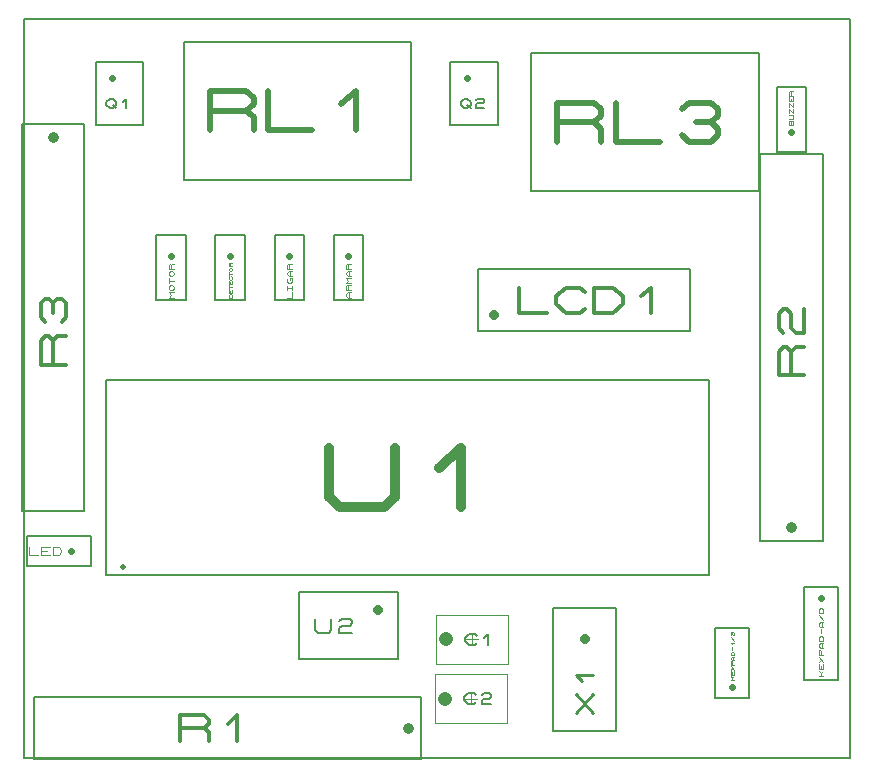
<source format=gbr>
G04 PROTEUS GERBER X2 FILE*
%TF.GenerationSoftware,Labcenter,Proteus,8.12-SP0-Build30713*%
%TF.CreationDate,2021-09-16T14:44:57+00:00*%
%TF.FileFunction,AssemblyDrawing,Top*%
%TF.FilePolarity,Positive*%
%TF.Part,Single*%
%TF.SameCoordinates,{034bc27d-0c73-46ba-bb4b-be9bc49d2133}*%
%FSLAX45Y45*%
%MOMM*%
G01*
%TA.AperFunction,Profile*%
%ADD71C,0.203200*%
%TA.AperFunction,Material*%
%ADD20C,0.203200*%
%ADD21C,0.508000*%
%ADD33C,0.827120*%
%ADD34C,0.914400*%
%ADD35C,0.355600*%
%ADD36C,0.550330*%
%ADD37C,0.812800*%
%ADD38C,0.237060*%
%ADD39C,0.198120*%
%ADD22C,0.152400*%
%ADD40C,0.558800*%
%ADD41C,0.065460*%
%ADD42C,0.609600*%
%ADD43C,0.127000*%
%ADD44C,0.045460*%
%ADD45C,0.066730*%
%ADD46C,0.055610*%
%ADD47C,0.041710*%
%ADD48C,0.111220*%
%ADD49C,0.050000*%
%ADD50C,1.165860*%
%ADD51C,0.147960*%
%TD.AperFunction*%
D71*
X-3250000Y-2500000D02*
X+3750000Y-2500000D01*
X+3750000Y+3750000D01*
X-3250000Y+3750000D01*
X-3250000Y-2500000D01*
D20*
X-2550160Y-952500D02*
X+2550160Y-952500D01*
X+2550160Y+698500D01*
X-2550160Y+698500D01*
X-2550160Y-952500D01*
D21*
X-2413000Y-889000D02*
X-2413000Y-889000D01*
D33*
X-663132Y+121138D02*
X-663132Y-292425D01*
X-570081Y-375137D01*
X-197875Y-375137D01*
X-104823Y-292425D01*
X-104823Y+121138D01*
X+267383Y-44287D02*
X+453486Y+121138D01*
X+453486Y-375137D01*
D20*
X-3162300Y-2514160D02*
X+114300Y-2514160D01*
X+114300Y-1985840D01*
X-3162300Y-1985840D01*
X-3162300Y-2514160D01*
D34*
X+0Y-2250000D02*
X+0Y-2250000D01*
D35*
X-1924050Y-2356680D02*
X-1924050Y-2143320D01*
X-1724025Y-2143320D01*
X-1684020Y-2178880D01*
X-1684020Y-2214440D01*
X-1724025Y-2250000D01*
X-1924050Y-2250000D01*
X-1724025Y-2250000D02*
X-1684020Y-2285560D01*
X-1684020Y-2356680D01*
X-1524000Y-2214440D02*
X-1443990Y-2143320D01*
X-1443990Y-2356680D01*
D20*
X-1894660Y+2393340D02*
X+30660Y+2393340D01*
X+30660Y+3556660D01*
X-1894660Y+3556660D01*
X-1894660Y+2393340D01*
D36*
X-1674948Y+2809900D02*
X-1674948Y+3140100D01*
X-1365387Y+3140100D01*
X-1303474Y+3085067D01*
X-1303474Y+3030033D01*
X-1365387Y+2975000D01*
X-1674948Y+2975000D01*
X-1365387Y+2975000D02*
X-1303474Y+2919967D01*
X-1303474Y+2809900D01*
X-1179649Y+3140100D02*
X-1179649Y+2809900D01*
X-808175Y+2809900D01*
X-560526Y+3030033D02*
X-436701Y+3140100D01*
X-436701Y+2809900D01*
D20*
X+1049340Y+2299340D02*
X+2974660Y+2299340D01*
X+2974660Y+3462660D01*
X+1049340Y+3462660D01*
X+1049340Y+2299340D01*
D36*
X+1269052Y+2715900D02*
X+1269052Y+3046100D01*
X+1578613Y+3046100D01*
X+1640526Y+2991067D01*
X+1640526Y+2936033D01*
X+1578613Y+2881000D01*
X+1269052Y+2881000D01*
X+1578613Y+2881000D02*
X+1640526Y+2825967D01*
X+1640526Y+2715900D01*
X+1764351Y+3046100D02*
X+1764351Y+2715900D01*
X+2135825Y+2715900D01*
X+2321562Y+2991067D02*
X+2383474Y+3046100D01*
X+2569211Y+3046100D01*
X+2631124Y+2991067D01*
X+2631124Y+2936033D01*
X+2569211Y+2881000D01*
X+2631124Y+2825967D01*
X+2631124Y+2770933D01*
X+2569211Y+2715900D01*
X+2383474Y+2715900D01*
X+2321562Y+2770933D01*
X+2445387Y+2881000D02*
X+2569211Y+2881000D01*
D20*
X+2985840Y-662300D02*
X+3514160Y-662300D01*
X+3514160Y+2614300D01*
X+2985840Y+2614300D01*
X+2985840Y-662300D01*
D34*
X+3250000Y-548000D02*
X+3250000Y-548000D01*
D35*
X+3356680Y+735970D02*
X+3143320Y+735970D01*
X+3143320Y+935995D01*
X+3178880Y+976000D01*
X+3214440Y+976000D01*
X+3250000Y+935995D01*
X+3250000Y+735970D01*
X+3250000Y+935995D02*
X+3285560Y+976000D01*
X+3356680Y+976000D01*
X+3178880Y+1096015D02*
X+3143320Y+1136020D01*
X+3143320Y+1256035D01*
X+3178880Y+1296040D01*
X+3214440Y+1296040D01*
X+3250000Y+1256035D01*
X+3250000Y+1136020D01*
X+3285560Y+1096015D01*
X+3356680Y+1096015D01*
X+3356680Y+1296040D01*
D20*
X+592840Y+1108840D02*
X+2391160Y+1108840D01*
X+2391160Y+1637160D01*
X+592840Y+1637160D01*
X+592840Y+1108840D01*
D37*
X+730000Y+1246000D02*
X+730000Y+1246000D01*
D35*
X+940820Y+1479680D02*
X+940820Y+1266320D01*
X+1180850Y+1266320D01*
X+1500890Y+1301880D02*
X+1460885Y+1266320D01*
X+1340870Y+1266320D01*
X+1260860Y+1337440D01*
X+1260860Y+1408560D01*
X+1340870Y+1479680D01*
X+1460885Y+1479680D01*
X+1500890Y+1444120D01*
X+1580900Y+1266320D02*
X+1580900Y+1479680D01*
X+1740920Y+1479680D01*
X+1820930Y+1408560D01*
X+1820930Y+1337440D01*
X+1740920Y+1266320D01*
X+1580900Y+1266320D01*
X+1980950Y+1408560D02*
X+2060960Y+1479680D01*
X+2060960Y+1266320D01*
D20*
X-3264160Y-412300D02*
X-2735840Y-412300D01*
X-2735840Y+2864300D01*
X-3264160Y+2864300D01*
X-3264160Y-412300D01*
D34*
X-3000000Y+2750000D02*
X-3000000Y+2750000D01*
D35*
X-2893320Y+825950D02*
X-3106680Y+825950D01*
X-3106680Y+1025975D01*
X-3071120Y+1065980D01*
X-3035560Y+1065980D01*
X-3000000Y+1025975D01*
X-3000000Y+825950D01*
X-3000000Y+1025975D02*
X-2964440Y+1065980D01*
X-2893320Y+1065980D01*
X-3071120Y+1185995D02*
X-3106680Y+1226000D01*
X-3106680Y+1346015D01*
X-3071120Y+1386020D01*
X-3035560Y+1386020D01*
X-3000000Y+1346015D01*
X-2964440Y+1386020D01*
X-2928880Y+1386020D01*
X-2893320Y+1346015D01*
X-2893320Y+1226000D01*
X-2928880Y+1185995D01*
X-3000000Y+1266005D02*
X-3000000Y+1346015D01*
D20*
X+1235840Y-2272160D02*
X+1764160Y-2272160D01*
X+1764160Y-1235840D01*
X+1235840Y-1235840D01*
X+1235840Y-2272160D01*
D37*
X+1500000Y-1500000D02*
X+1500000Y-1500000D01*
D38*
X+1428881Y-2119759D02*
X+1571120Y-1959740D01*
X+1571120Y-2119759D02*
X+1428881Y-1959740D01*
X+1476294Y-1853061D02*
X+1428881Y-1799721D01*
X+1571120Y-1799721D01*
D20*
X-916560Y-1666560D02*
X-83440Y-1666560D01*
X-83440Y-1100140D01*
X-916560Y-1100140D01*
X-916560Y-1666560D01*
D37*
X-246000Y-1250000D02*
X-246000Y-1250000D01*
D39*
X-779908Y-1323914D02*
X-779908Y-1422974D01*
X-757620Y-1442786D01*
X-668466Y-1442786D01*
X-646177Y-1422974D01*
X-646177Y-1323914D01*
X-579312Y-1343726D02*
X-557023Y-1323914D01*
X-490158Y-1323914D01*
X-467869Y-1343726D01*
X-467869Y-1363538D01*
X-490158Y-1383350D01*
X-557023Y-1383350D01*
X-579312Y-1403162D01*
X-579312Y-1442786D01*
X-467869Y-1442786D01*
D22*
X+3355220Y-1845250D02*
X+3644780Y-1845250D01*
X+3644780Y-1054750D01*
X+3355220Y-1054750D01*
X+3355220Y-1845250D01*
X+3644780Y-1845250D01*
X+3644780Y-1054750D01*
X+3355220Y-1054750D01*
X+3355220Y-1845250D01*
D40*
X+3500000Y-1150000D02*
X+3500000Y-1150000D01*
D41*
X+3480362Y-1809975D02*
X+3519638Y-1809975D01*
X+3480362Y-1765790D02*
X+3500000Y-1787883D01*
X+3519638Y-1765790D01*
X+3500000Y-1809975D02*
X+3500000Y-1787883D01*
X+3519638Y-1706876D02*
X+3519638Y-1751061D01*
X+3480362Y-1751061D01*
X+3480362Y-1706876D01*
X+3500000Y-1751061D02*
X+3500000Y-1721604D01*
X+3480362Y-1647962D02*
X+3519638Y-1692147D01*
X+3480362Y-1692147D02*
X+3500000Y-1670055D01*
X+3519638Y-1633233D02*
X+3480362Y-1633233D01*
X+3480362Y-1596412D01*
X+3486908Y-1589048D01*
X+3493454Y-1589048D01*
X+3500000Y-1596412D01*
X+3500000Y-1633233D01*
X+3519638Y-1574319D02*
X+3493454Y-1574319D01*
X+3480362Y-1559591D01*
X+3480362Y-1544862D01*
X+3493454Y-1530134D01*
X+3519638Y-1530134D01*
X+3506546Y-1574319D02*
X+3506546Y-1530134D01*
X+3519638Y-1515405D02*
X+3480362Y-1515405D01*
X+3480362Y-1485948D01*
X+3493454Y-1471220D01*
X+3506546Y-1471220D01*
X+3519638Y-1485948D01*
X+3519638Y-1515405D01*
X+3500000Y-1449127D02*
X+3500000Y-1412306D01*
X+3519638Y-1397577D02*
X+3493454Y-1397577D01*
X+3480362Y-1382849D01*
X+3480362Y-1368120D01*
X+3493454Y-1353392D01*
X+3519638Y-1353392D01*
X+3506546Y-1397577D02*
X+3506546Y-1353392D01*
X+3480362Y-1294478D02*
X+3519638Y-1338663D01*
X+3519638Y-1279749D02*
X+3480362Y-1279749D01*
X+3480362Y-1250292D01*
X+3493454Y-1235564D01*
X+3506546Y-1235564D01*
X+3519638Y-1250292D01*
X+3519638Y-1279749D01*
D20*
X-2637160Y+2858840D02*
X-2235840Y+2858840D01*
X-2235840Y+3387160D01*
X-2637160Y+3387160D01*
X-2637160Y+2858840D01*
D42*
X-2500000Y+3250000D02*
X-2500000Y+3250000D01*
D43*
X-2550800Y+3051880D02*
X-2522225Y+3077280D01*
X-2493650Y+3077280D01*
X-2465075Y+3051880D01*
X-2465075Y+3026480D01*
X-2493650Y+3001080D01*
X-2522225Y+3001080D01*
X-2550800Y+3026480D01*
X-2550800Y+3051880D01*
X-2493650Y+3026480D02*
X-2465075Y+3001080D01*
X-2407925Y+3051880D02*
X-2379350Y+3077280D01*
X-2379350Y+3001080D01*
D20*
X+362840Y+2858840D02*
X+764160Y+2858840D01*
X+764160Y+3387160D01*
X+362840Y+3387160D01*
X+362840Y+2858840D01*
D42*
X+500000Y+3250000D02*
X+500000Y+3250000D01*
D43*
X+449200Y+3051880D02*
X+477775Y+3077280D01*
X+506350Y+3077280D01*
X+534925Y+3051880D01*
X+534925Y+3026480D01*
X+506350Y+3001080D01*
X+477775Y+3001080D01*
X+449200Y+3026480D01*
X+449200Y+3051880D01*
X+506350Y+3026480D02*
X+534925Y+3001080D01*
X+577787Y+3064580D02*
X+592075Y+3077280D01*
X+634937Y+3077280D01*
X+649225Y+3064580D01*
X+649225Y+3051880D01*
X+634937Y+3039180D01*
X+592075Y+3039180D01*
X+577787Y+3026480D01*
X+577787Y+3001080D01*
X+649225Y+3001080D01*
D22*
X+2894780Y-1404750D02*
X+2605220Y-1404750D01*
X+2605220Y-1995250D01*
X+2894780Y-1995250D01*
X+2894780Y-1404750D01*
X+2605220Y-1404750D01*
X+2605220Y-1995250D01*
X+2894780Y-1995250D01*
X+2894780Y-1404750D01*
D40*
X+2750000Y-1900000D02*
X+2750000Y-1900000D01*
D44*
X+2736362Y-1839165D02*
X+2763638Y-1839165D01*
X+2736362Y-1808480D02*
X+2750000Y-1823823D01*
X+2763638Y-1808480D01*
X+2750000Y-1839165D02*
X+2750000Y-1823823D01*
X+2763638Y-1767566D02*
X+2763638Y-1798251D01*
X+2736362Y-1798251D01*
X+2736362Y-1767566D01*
X+2750000Y-1798251D02*
X+2750000Y-1777794D01*
X+2736362Y-1726652D02*
X+2763638Y-1757337D01*
X+2736362Y-1757337D02*
X+2750000Y-1741995D01*
X+2763638Y-1716423D02*
X+2736362Y-1716423D01*
X+2736362Y-1690852D01*
X+2740908Y-1685738D01*
X+2745454Y-1685738D01*
X+2750000Y-1690852D01*
X+2750000Y-1716423D01*
X+2763638Y-1675509D02*
X+2745454Y-1675509D01*
X+2736362Y-1665281D01*
X+2736362Y-1655052D01*
X+2745454Y-1644824D01*
X+2763638Y-1644824D01*
X+2754546Y-1675509D02*
X+2754546Y-1644824D01*
X+2763638Y-1634595D02*
X+2736362Y-1634595D01*
X+2736362Y-1614138D01*
X+2745454Y-1603910D01*
X+2754546Y-1603910D01*
X+2763638Y-1614138D01*
X+2763638Y-1634595D01*
X+2750000Y-1588567D02*
X+2750000Y-1562996D01*
X+2745454Y-1542539D02*
X+2736362Y-1532310D01*
X+2763638Y-1532310D01*
X+2736362Y-1481168D02*
X+2763638Y-1511853D01*
X+2740908Y-1465825D02*
X+2736362Y-1460711D01*
X+2736362Y-1445368D01*
X+2740908Y-1440254D01*
X+2745454Y-1440254D01*
X+2750000Y-1445368D01*
X+2754546Y-1440254D01*
X+2759092Y-1440254D01*
X+2763638Y-1445368D01*
X+2763638Y-1460711D01*
X+2759092Y-1465825D01*
X+2750000Y-1455597D02*
X+2750000Y-1445368D01*
D22*
X-374600Y+1924320D02*
X-626060Y+1924320D01*
X-626060Y+1375680D01*
X-374600Y+1375680D01*
X-374600Y+1924320D01*
X-626060Y+1924320D01*
X-626060Y+1375680D01*
X-374600Y+1375680D01*
X-374600Y+1924320D01*
D40*
X-500000Y+1750000D02*
X-500000Y+1750000D01*
D45*
X-480309Y+1394905D02*
X-507003Y+1394905D01*
X-520350Y+1409920D01*
X-520350Y+1424936D01*
X-507003Y+1439951D01*
X-480309Y+1439951D01*
X-493656Y+1394905D02*
X-493656Y+1439951D01*
X-480309Y+1454967D02*
X-520350Y+1454967D01*
X-520350Y+1492505D01*
X-513677Y+1500013D01*
X-507003Y+1500013D01*
X-500330Y+1492505D01*
X-500330Y+1454967D01*
X-500330Y+1492505D02*
X-493656Y+1500013D01*
X-480309Y+1500013D01*
X-480309Y+1515029D02*
X-520350Y+1515029D01*
X-500330Y+1537552D01*
X-520350Y+1560075D01*
X-480309Y+1560075D01*
X-480309Y+1575091D02*
X-507003Y+1575091D01*
X-520350Y+1590106D01*
X-520350Y+1605122D01*
X-507003Y+1620137D01*
X-480309Y+1620137D01*
X-493656Y+1575091D02*
X-493656Y+1620137D01*
X-480309Y+1635153D02*
X-520350Y+1635153D01*
X-520350Y+1672691D01*
X-513677Y+1680199D01*
X-507003Y+1680199D01*
X-500330Y+1672691D01*
X-500330Y+1635153D01*
X-500330Y+1672691D02*
X-493656Y+1680199D01*
X-480309Y+1680199D01*
D22*
X+3124600Y+2625680D02*
X+3376060Y+2625680D01*
X+3376060Y+3174320D01*
X+3124600Y+3174320D01*
X+3124600Y+2625680D01*
X+3376060Y+2625680D01*
X+3376060Y+3174320D01*
X+3124600Y+3174320D01*
X+3124600Y+2625680D01*
D40*
X+3250000Y+2800000D02*
X+3250000Y+2800000D01*
D46*
X+3267014Y+2854787D02*
X+3233646Y+2854787D01*
X+3233646Y+2886068D01*
X+3239207Y+2892325D01*
X+3244769Y+2892325D01*
X+3250330Y+2886068D01*
X+3255891Y+2892325D01*
X+3261453Y+2892325D01*
X+3267014Y+2886068D01*
X+3267014Y+2854787D01*
X+3250330Y+2854787D02*
X+3250330Y+2886068D01*
X+3233646Y+2904838D02*
X+3261453Y+2904838D01*
X+3267014Y+2911094D01*
X+3267014Y+2936119D01*
X+3261453Y+2942376D01*
X+3233646Y+2942376D01*
X+3233646Y+2954889D02*
X+3233646Y+2992427D01*
X+3267014Y+2954889D01*
X+3267014Y+2992427D01*
X+3233646Y+3004940D02*
X+3233646Y+3042478D01*
X+3267014Y+3004940D01*
X+3267014Y+3042478D01*
X+3267014Y+3092529D02*
X+3267014Y+3054991D01*
X+3233646Y+3054991D01*
X+3233646Y+3092529D01*
X+3250330Y+3054991D02*
X+3250330Y+3080016D01*
X+3267014Y+3105042D02*
X+3233646Y+3105042D01*
X+3233646Y+3136323D01*
X+3239207Y+3142580D01*
X+3244769Y+3142580D01*
X+3250330Y+3136323D01*
X+3250330Y+3105042D01*
X+3250330Y+3136323D02*
X+3255891Y+3142580D01*
X+3267014Y+3142580D01*
D22*
X-1374600Y+1924320D02*
X-1626060Y+1924320D01*
X-1626060Y+1375680D01*
X-1374600Y+1375680D01*
X-1374600Y+1924320D01*
X-1626060Y+1924320D01*
X-1626060Y+1375680D01*
X-1374600Y+1375680D01*
X-1374600Y+1924320D01*
D40*
X-1500000Y+1750000D02*
X-1500000Y+1750000D01*
D47*
X-1487817Y+1394904D02*
X-1512843Y+1394904D01*
X-1512843Y+1413673D01*
X-1504501Y+1423058D01*
X-1496159Y+1423058D01*
X-1487817Y+1413673D01*
X-1487817Y+1394904D01*
X-1487817Y+1460597D02*
X-1487817Y+1432443D01*
X-1512843Y+1432443D01*
X-1512843Y+1460597D01*
X-1500330Y+1432443D02*
X-1500330Y+1451212D01*
X-1512843Y+1469982D02*
X-1512843Y+1498136D01*
X-1512843Y+1484059D02*
X-1487817Y+1484059D01*
X-1487817Y+1535675D02*
X-1487817Y+1507521D01*
X-1512843Y+1507521D01*
X-1512843Y+1535675D01*
X-1500330Y+1507521D02*
X-1500330Y+1526290D01*
X-1491988Y+1573214D02*
X-1487817Y+1568521D01*
X-1487817Y+1554444D01*
X-1496159Y+1545060D01*
X-1504501Y+1545060D01*
X-1512843Y+1554444D01*
X-1512843Y+1568521D01*
X-1508672Y+1573214D01*
X-1512843Y+1582599D02*
X-1512843Y+1610753D01*
X-1512843Y+1596676D02*
X-1487817Y+1596676D01*
X-1504501Y+1620138D02*
X-1512843Y+1629522D01*
X-1512843Y+1638907D01*
X-1504501Y+1648292D01*
X-1496159Y+1648292D01*
X-1487817Y+1638907D01*
X-1487817Y+1629522D01*
X-1496159Y+1620138D01*
X-1504501Y+1620138D01*
X-1487817Y+1657677D02*
X-1512843Y+1657677D01*
X-1512843Y+1681138D01*
X-1508672Y+1685831D01*
X-1504501Y+1685831D01*
X-1500330Y+1681138D01*
X-1500330Y+1657677D01*
X-1500330Y+1681138D02*
X-1496159Y+1685831D01*
X-1487817Y+1685831D01*
D22*
X-2675680Y-875400D02*
X-2675680Y-623940D01*
X-3224320Y-623940D01*
X-3224320Y-875400D01*
X-2675680Y-875400D01*
X-2675680Y-623940D01*
X-3224320Y-623940D01*
X-3224320Y-875400D01*
X-2675680Y-875400D01*
D40*
X-2850000Y-750000D02*
X-2850000Y-750000D01*
D48*
X-3205094Y-716303D02*
X-3205094Y-783038D01*
X-3130017Y-783038D01*
X-3029914Y-783038D02*
X-3104991Y-783038D01*
X-3104991Y-716303D01*
X-3029914Y-716303D01*
X-3104991Y-749670D02*
X-3054940Y-749670D01*
X-3004888Y-783038D02*
X-3004888Y-716303D01*
X-2954837Y-716303D01*
X-2929811Y-738548D01*
X-2929811Y-760793D01*
X-2954837Y-783038D01*
X-3004888Y-783038D01*
D22*
X-874600Y+1924320D02*
X-1126060Y+1924320D01*
X-1126060Y+1375680D01*
X-874600Y+1375680D01*
X-874600Y+1924320D01*
X-1126060Y+1924320D01*
X-1126060Y+1375680D01*
X-874600Y+1375680D01*
X-874600Y+1924320D01*
D40*
X-1000000Y+1750000D02*
X-1000000Y+1750000D01*
D45*
X-1020350Y+1394905D02*
X-980309Y+1394905D01*
X-980309Y+1439951D01*
X-1020350Y+1462474D02*
X-1020350Y+1492505D01*
X-1020350Y+1477490D02*
X-980309Y+1477490D01*
X-980309Y+1462474D02*
X-980309Y+1492505D01*
X-993656Y+1545060D02*
X-993656Y+1560075D01*
X-980309Y+1560075D01*
X-980309Y+1530044D01*
X-993656Y+1515029D01*
X-1007003Y+1515029D01*
X-1020350Y+1530044D01*
X-1020350Y+1552567D01*
X-1013677Y+1560075D01*
X-980309Y+1575091D02*
X-1007003Y+1575091D01*
X-1020350Y+1590106D01*
X-1020350Y+1605122D01*
X-1007003Y+1620137D01*
X-980309Y+1620137D01*
X-993656Y+1575091D02*
X-993656Y+1620137D01*
X-980309Y+1635153D02*
X-1020350Y+1635153D01*
X-1020350Y+1672691D01*
X-1013677Y+1680199D01*
X-1007003Y+1680199D01*
X-1000330Y+1672691D01*
X-1000330Y+1635153D01*
X-1000330Y+1672691D02*
X-993656Y+1680199D01*
X-980309Y+1680199D01*
D22*
X-1874600Y+1924320D02*
X-2126060Y+1924320D01*
X-2126060Y+1375680D01*
X-1874600Y+1375680D01*
X-1874600Y+1924320D01*
X-2126060Y+1924320D01*
X-2126060Y+1375680D01*
X-1874600Y+1375680D01*
X-1874600Y+1924320D01*
D40*
X-2000000Y+1750000D02*
X-2000000Y+1750000D01*
D45*
X-1980309Y+1394905D02*
X-2020350Y+1394905D01*
X-2000330Y+1417428D01*
X-2020350Y+1439951D01*
X-1980309Y+1439951D01*
X-2007003Y+1454967D02*
X-2020350Y+1469982D01*
X-2020350Y+1484998D01*
X-2007003Y+1500013D01*
X-1993656Y+1500013D01*
X-1980309Y+1484998D01*
X-1980309Y+1469982D01*
X-1993656Y+1454967D01*
X-2007003Y+1454967D01*
X-2020350Y+1515029D02*
X-2020350Y+1560075D01*
X-2020350Y+1537552D02*
X-1980309Y+1537552D01*
X-2007003Y+1575091D02*
X-2020350Y+1590106D01*
X-2020350Y+1605122D01*
X-2007003Y+1620137D01*
X-1993656Y+1620137D01*
X-1980309Y+1605122D01*
X-1980309Y+1590106D01*
X-1993656Y+1575091D01*
X-2007003Y+1575091D01*
X-1980309Y+1635153D02*
X-2020350Y+1635153D01*
X-2020350Y+1672691D01*
X-2013677Y+1680199D01*
X-2007003Y+1680199D01*
X-2000330Y+1672691D01*
X-2000330Y+1635153D01*
X-2000330Y+1672691D02*
X-1993656Y+1680199D01*
X-1980309Y+1680199D01*
D49*
X+238000Y-1705000D02*
X+848000Y-1705000D01*
X+848000Y-1295000D01*
X+238000Y-1295000D01*
X+238000Y-1705000D01*
X+543000Y-1450000D02*
X+543000Y-1550000D01*
X+593000Y-1500000D02*
X+493000Y-1500000D01*
D50*
X+328000Y-1500000D02*
X+328000Y-1500000D01*
D51*
X+585104Y-1529593D02*
X+568459Y-1544389D01*
X+518522Y-1544389D01*
X+485231Y-1514797D01*
X+485231Y-1485204D01*
X+518522Y-1455612D01*
X+568459Y-1455612D01*
X+585104Y-1470408D01*
X+651687Y-1485204D02*
X+684978Y-1455612D01*
X+684978Y-1544389D01*
D49*
X+230000Y-2205000D02*
X+840000Y-2205000D01*
X+840000Y-1795000D01*
X+230000Y-1795000D01*
X+230000Y-2205000D01*
X+535000Y-1950000D02*
X+535000Y-2050000D01*
X+585000Y-2000000D02*
X+485000Y-2000000D01*
D50*
X+320000Y-2000000D02*
X+320000Y-2000000D01*
D51*
X+577104Y-2029593D02*
X+560459Y-2044389D01*
X+510522Y-2044389D01*
X+477231Y-2014797D01*
X+477231Y-1985204D01*
X+510522Y-1955612D01*
X+560459Y-1955612D01*
X+577104Y-1970408D01*
X+627041Y-1970408D02*
X+643687Y-1955612D01*
X+693624Y-1955612D01*
X+710269Y-1970408D01*
X+710269Y-1985204D01*
X+693624Y-2000000D01*
X+643687Y-2000000D01*
X+627041Y-2014797D01*
X+627041Y-2044389D01*
X+710269Y-2044389D01*
M02*

</source>
